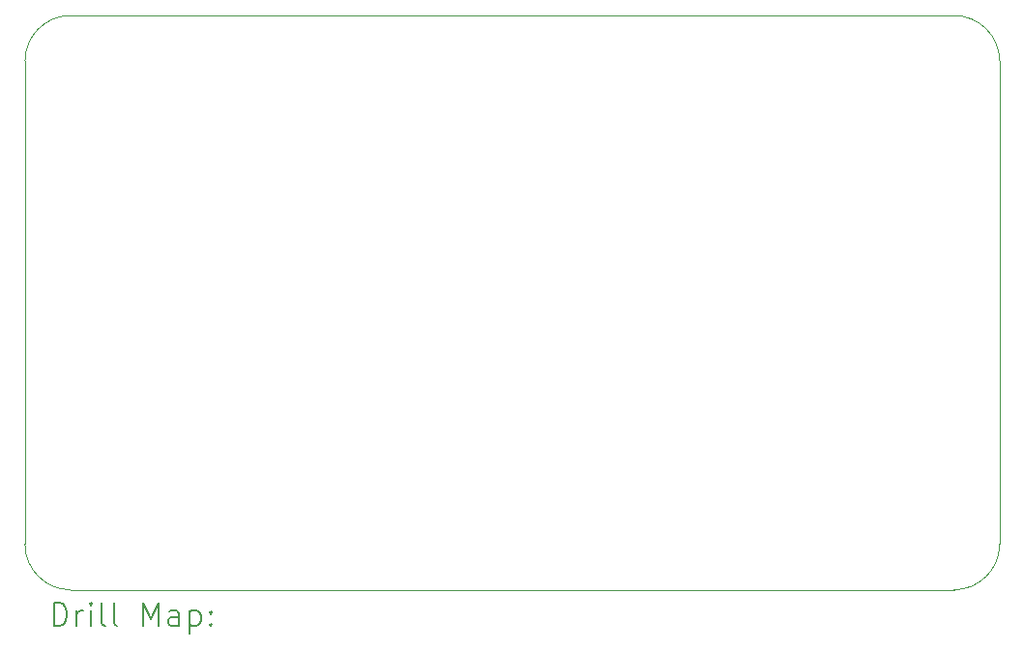
<source format=gbr>
%FSLAX45Y45*%
G04 Gerber Fmt 4.5, Leading zero omitted, Abs format (unit mm)*
G04 Created by KiCad (PCBNEW (6.0.6-1)-1) date 2022-07-07 18:27:10*
%MOMM*%
%LPD*%
G01*
G04 APERTURE LIST*
%TA.AperFunction,Profile*%
%ADD10C,0.100000*%
%TD*%
%ADD11C,0.200000*%
G04 APERTURE END LIST*
D10*
X19591657Y-8208343D02*
X19591657Y-12442657D01*
X11457343Y-7808343D02*
G75*
G03*
X11057343Y-8208343I-3J-399997D01*
G01*
X19591657Y-8208343D02*
G75*
G03*
X19191657Y-7808343I-399997J3D01*
G01*
X11457343Y-7808343D02*
X19191657Y-7808343D01*
X11057343Y-12442657D02*
G75*
G03*
X11457343Y-12842657I399997J-3D01*
G01*
X11057343Y-12442657D02*
X11057343Y-8208343D01*
X19191657Y-12842657D02*
X11457343Y-12842657D01*
X19191657Y-12842657D02*
G75*
G03*
X19591657Y-12442657I3J399997D01*
G01*
D11*
X11309962Y-13158133D02*
X11309962Y-12958133D01*
X11357581Y-12958133D01*
X11386152Y-12967657D01*
X11405200Y-12986705D01*
X11414724Y-13005752D01*
X11424247Y-13043848D01*
X11424247Y-13072419D01*
X11414724Y-13110514D01*
X11405200Y-13129562D01*
X11386152Y-13148610D01*
X11357581Y-13158133D01*
X11309962Y-13158133D01*
X11509962Y-13158133D02*
X11509962Y-13024800D01*
X11509962Y-13062895D02*
X11519485Y-13043848D01*
X11529009Y-13034324D01*
X11548057Y-13024800D01*
X11567105Y-13024800D01*
X11633771Y-13158133D02*
X11633771Y-13024800D01*
X11633771Y-12958133D02*
X11624247Y-12967657D01*
X11633771Y-12977181D01*
X11643295Y-12967657D01*
X11633771Y-12958133D01*
X11633771Y-12977181D01*
X11757581Y-13158133D02*
X11738533Y-13148610D01*
X11729009Y-13129562D01*
X11729009Y-12958133D01*
X11862343Y-13158133D02*
X11843295Y-13148610D01*
X11833771Y-13129562D01*
X11833771Y-12958133D01*
X12090914Y-13158133D02*
X12090914Y-12958133D01*
X12157581Y-13100991D01*
X12224247Y-12958133D01*
X12224247Y-13158133D01*
X12405200Y-13158133D02*
X12405200Y-13053371D01*
X12395676Y-13034324D01*
X12376628Y-13024800D01*
X12338533Y-13024800D01*
X12319485Y-13034324D01*
X12405200Y-13148610D02*
X12386152Y-13158133D01*
X12338533Y-13158133D01*
X12319485Y-13148610D01*
X12309962Y-13129562D01*
X12309962Y-13110514D01*
X12319485Y-13091467D01*
X12338533Y-13081943D01*
X12386152Y-13081943D01*
X12405200Y-13072419D01*
X12500438Y-13024800D02*
X12500438Y-13224800D01*
X12500438Y-13034324D02*
X12519485Y-13024800D01*
X12557581Y-13024800D01*
X12576628Y-13034324D01*
X12586152Y-13043848D01*
X12595676Y-13062895D01*
X12595676Y-13120038D01*
X12586152Y-13139086D01*
X12576628Y-13148610D01*
X12557581Y-13158133D01*
X12519485Y-13158133D01*
X12500438Y-13148610D01*
X12681390Y-13139086D02*
X12690914Y-13148610D01*
X12681390Y-13158133D01*
X12671866Y-13148610D01*
X12681390Y-13139086D01*
X12681390Y-13158133D01*
X12681390Y-13034324D02*
X12690914Y-13043848D01*
X12681390Y-13053371D01*
X12671866Y-13043848D01*
X12681390Y-13034324D01*
X12681390Y-13053371D01*
M02*

</source>
